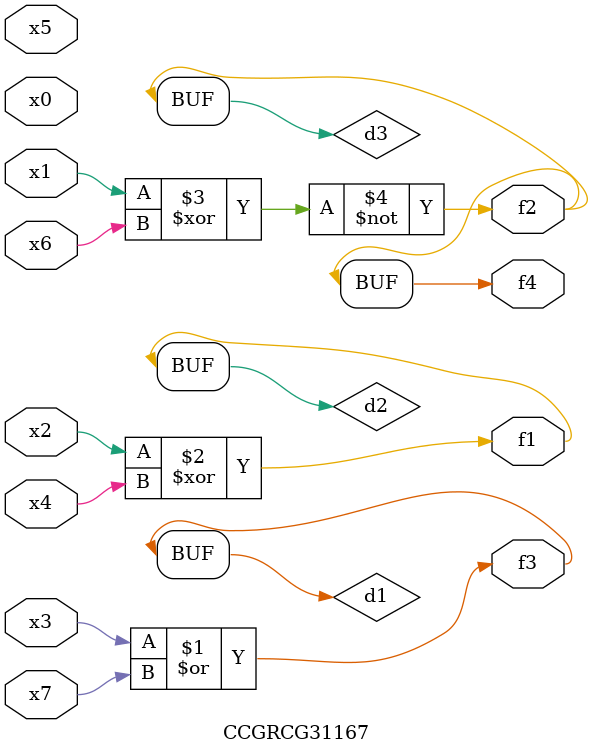
<source format=v>
module CCGRCG31167(
	input x0, x1, x2, x3, x4, x5, x6, x7,
	output f1, f2, f3, f4
);

	wire d1, d2, d3;

	or (d1, x3, x7);
	xor (d2, x2, x4);
	xnor (d3, x1, x6);
	assign f1 = d2;
	assign f2 = d3;
	assign f3 = d1;
	assign f4 = d3;
endmodule

</source>
